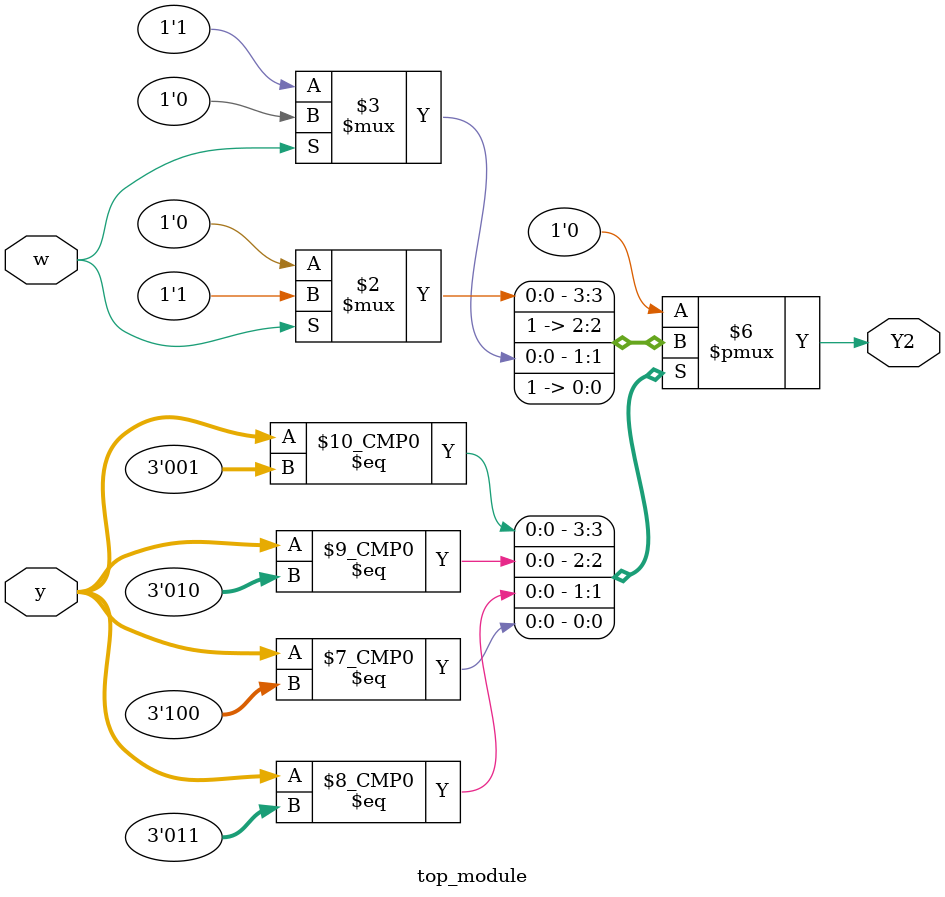
<source format=sv>
module top_module(
    input [3:1] y,
    input w,
    output reg Y2);

    always @(*) begin
        case (y)
            3'b000: Y2 = 1'b0;         // A -> B or A
            3'b001: Y2 = w ? 1'b1 : 1'b0; // B -> D or C
            3'b010: Y2 = 1'b1;         // C -> D
            3'b011: Y2 = w ? 1'b0 : 1'b1; // D -> A or F
            3'b100: Y2 = 1'b1;         // E -> D
            3'b101: Y2 = 1'b0;         // F -> C
            default: Y2 = 1'b0;        // default case
        endcase
    end

endmodule

</source>
